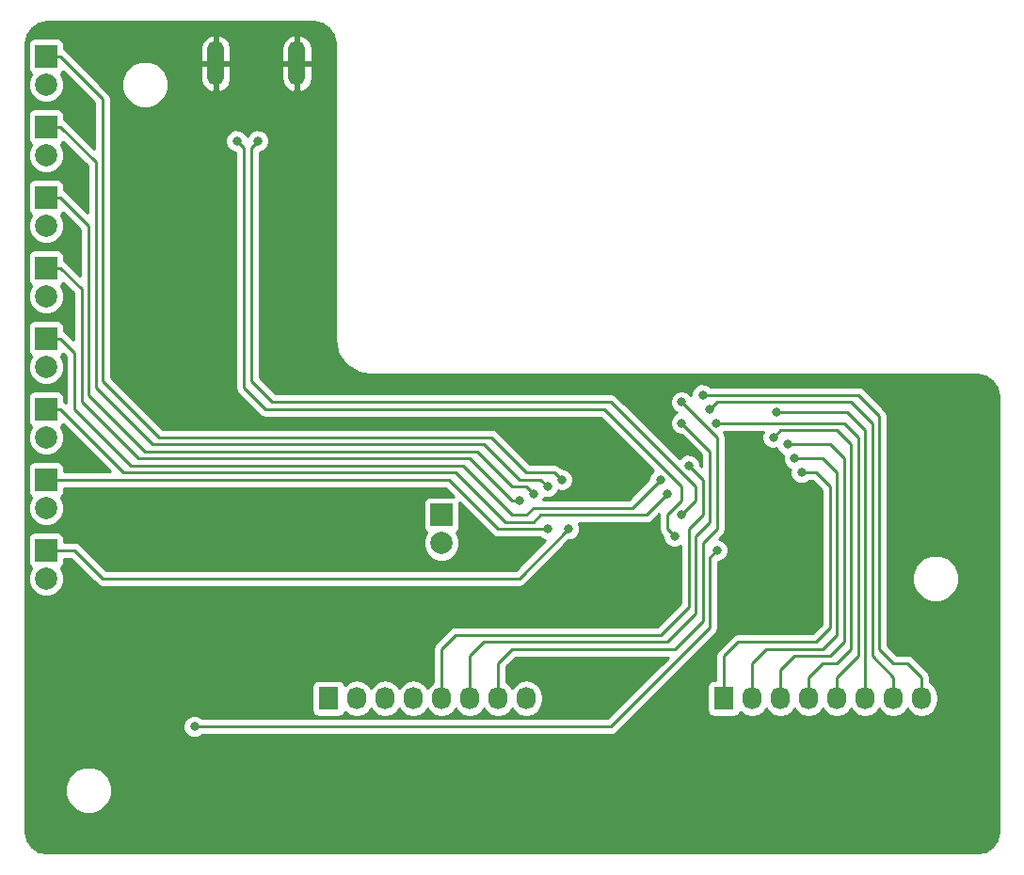
<source format=gbl>
G04 #@! TF.FileFunction,Copper,L2,Bot,Signal*
%FSLAX46Y46*%
G04 Gerber Fmt 4.6, Leading zero omitted, Abs format (unit mm)*
G04 Created by KiCad (PCBNEW 4.0.2+dfsg1-stable) date Tue 17 Jul 2018 08:19:24 PM MDT*
%MOMM*%
G01*
G04 APERTURE LIST*
%ADD10C,0.100000*%
%ADD11O,1.500000X4.000000*%
%ADD12R,1.727200X2.032000*%
%ADD13O,1.727200X2.032000*%
%ADD14R,2.000000X2.000000*%
%ADD15C,2.000000*%
%ADD16C,1.000000*%
%ADD17C,0.800000*%
%ADD18C,0.400000*%
%ADD19C,0.250000*%
%ADD20C,0.254000*%
G04 APERTURE END LIST*
D10*
D11*
X126680000Y-55245000D03*
X119380000Y-55245000D03*
D12*
X129540000Y-112395000D03*
D13*
X132080000Y-112395000D03*
X134620000Y-112395000D03*
X137160000Y-112395000D03*
X139700000Y-112395000D03*
X142240000Y-112395000D03*
X144780000Y-112395000D03*
X147320000Y-112395000D03*
D12*
X165100000Y-112395000D03*
D13*
X167640000Y-112395000D03*
X170180000Y-112395000D03*
X172720000Y-112395000D03*
X175260000Y-112395000D03*
X177800000Y-112395000D03*
X180340000Y-112395000D03*
X182880000Y-112395000D03*
D14*
X104140000Y-99060000D03*
D15*
X104140000Y-101600000D03*
D14*
X104140000Y-92710000D03*
D15*
X104140000Y-95250000D03*
D14*
X104140000Y-86360000D03*
D15*
X104140000Y-88900000D03*
D14*
X104140000Y-80010000D03*
D15*
X104140000Y-82550000D03*
D14*
X104140000Y-73660000D03*
D15*
X104140000Y-76200000D03*
D14*
X104140000Y-67310000D03*
D15*
X104140000Y-69850000D03*
D14*
X104140000Y-60960000D03*
D15*
X104140000Y-63500000D03*
D14*
X104140000Y-54610000D03*
D15*
X104140000Y-57150000D03*
D14*
X139700000Y-95885000D03*
D15*
X139700000Y-98425000D03*
D16*
X149225000Y-88900000D03*
X107950000Y-112395000D03*
X184150000Y-120650000D03*
X184150000Y-88900000D03*
D17*
X151130000Y-97155000D03*
X149225000Y-97155000D03*
X160020000Y-93980000D03*
X159385000Y-92710000D03*
X146685000Y-94615000D03*
X147955000Y-93980000D03*
X149225000Y-93345000D03*
X150495000Y-92710000D03*
X161925000Y-91440000D03*
X161290000Y-87630000D03*
X161290000Y-85725000D03*
X172085000Y-92075000D03*
X171450000Y-90805000D03*
X170815000Y-89535000D03*
X169545000Y-88900000D03*
X164434490Y-87630000D03*
X169862500Y-86677500D03*
X163830000Y-86360000D03*
X163195000Y-85090000D03*
X117475000Y-114935000D03*
X164465000Y-99060000D03*
X121285000Y-62230000D03*
X160655000Y-97790000D03*
X123190000Y-62230000D03*
X161290000Y-95885000D03*
D18*
X121920000Y-87630000D02*
X147955000Y-87630000D01*
X147955000Y-87630000D02*
X149225000Y-88900000D01*
X119380000Y-85090000D02*
X121920000Y-87630000D01*
X119380000Y-82551410D02*
X119380000Y-85090000D01*
X119380000Y-55245000D02*
X119380000Y-82551410D01*
X184150000Y-120650000D02*
X116205000Y-120650000D01*
X116205000Y-120650000D02*
X107950000Y-112395000D01*
X127635000Y-83820000D02*
X179070000Y-83820000D01*
X179070000Y-83820000D02*
X184150000Y-88900000D01*
X126680000Y-82865000D02*
X127635000Y-83820000D01*
X126680000Y-55245000D02*
X126680000Y-82865000D01*
D19*
X151130000Y-97155000D02*
X146685000Y-101600000D01*
X109220000Y-101600000D02*
X106680000Y-99060000D01*
X106680000Y-99060000D02*
X104140000Y-99060000D01*
X146685000Y-101600000D02*
X109220000Y-101600000D01*
X140335000Y-92710000D02*
X144780000Y-97155000D01*
X149225000Y-97155000D02*
X144780000Y-97155000D01*
X140335000Y-92710000D02*
X104140000Y-92710000D01*
X160020000Y-93980000D02*
X158115000Y-95885000D01*
X147955000Y-96520000D02*
X145415000Y-96520000D01*
X158115000Y-95885000D02*
X148590000Y-95885000D01*
X148590000Y-95885000D02*
X147955000Y-96520000D01*
X145415000Y-96520000D02*
X140970000Y-92075000D01*
X140970000Y-92075000D02*
X111105000Y-92075000D01*
X111105000Y-92075000D02*
X105390000Y-86360000D01*
X105390000Y-86360000D02*
X104140000Y-86360000D01*
X159385000Y-92710000D02*
X156845000Y-95250000D01*
X147320000Y-95885000D02*
X146050000Y-95885000D01*
X156845000Y-95250000D02*
X147955000Y-95250000D01*
X147955000Y-95250000D02*
X147320000Y-95885000D01*
X146050000Y-95885000D02*
X141605000Y-91440000D01*
X106680000Y-86360000D02*
X106680000Y-81300000D01*
X141605000Y-91440000D02*
X111760000Y-91440000D01*
X106680000Y-81300000D02*
X105390000Y-80010000D01*
X111760000Y-91440000D02*
X106680000Y-86360000D01*
X105390000Y-80010000D02*
X104140000Y-80010000D01*
X104140000Y-73660000D02*
X105390000Y-73660000D01*
X105390000Y-73660000D02*
X107315000Y-75585000D01*
X107315000Y-75585000D02*
X107315000Y-85725000D01*
X107315000Y-85725000D02*
X112395000Y-90805000D01*
X146050000Y-94615000D02*
X146685000Y-94615000D01*
X112395000Y-90805000D02*
X142240000Y-90805000D01*
X142240000Y-90805000D02*
X146050000Y-94615000D01*
X147320000Y-93345000D02*
X146050000Y-93345000D01*
X147955000Y-93980000D02*
X147320000Y-93345000D01*
X107950000Y-85090000D02*
X107950000Y-69870000D01*
X107950000Y-69870000D02*
X105390000Y-67310000D01*
X105390000Y-67310000D02*
X104140000Y-67310000D01*
X113030000Y-90170000D02*
X107950000Y-85090000D01*
X142875000Y-90170000D02*
X113030000Y-90170000D01*
X146050000Y-93345000D02*
X142875000Y-90170000D01*
X148590000Y-92710000D02*
X146685000Y-92710000D01*
X149225000Y-93345000D02*
X148590000Y-92710000D01*
X108585000Y-84455000D02*
X108585000Y-64155000D01*
X108585000Y-64155000D02*
X105390000Y-60960000D01*
X105390000Y-60960000D02*
X104140000Y-60960000D01*
X113665000Y-89535000D02*
X108585000Y-84455000D01*
X143510000Y-89535000D02*
X113665000Y-89535000D01*
X146685000Y-92710000D02*
X143510000Y-89535000D01*
X147320000Y-92075000D02*
X144145000Y-88900000D01*
X149860000Y-92075000D02*
X147320000Y-92075000D01*
X150495000Y-92710000D02*
X149860000Y-92075000D01*
X104140000Y-54610000D02*
X105390000Y-54610000D01*
X114300000Y-88900000D02*
X144145000Y-88900000D01*
X105390000Y-54610000D02*
X109220000Y-58440000D01*
X109220000Y-58440000D02*
X109220000Y-83820000D01*
X109220000Y-83820000D02*
X114300000Y-88900000D01*
X163195000Y-92710000D02*
X161925000Y-91440000D01*
X163195000Y-95885000D02*
X163195000Y-92710000D01*
X161925000Y-97155000D02*
X163195000Y-95885000D01*
X161925000Y-104140000D02*
X161925000Y-97155000D01*
X139700000Y-112395000D02*
X139700000Y-107950000D01*
X139700000Y-107950000D02*
X140970000Y-106680000D01*
X140970000Y-106680000D02*
X159385000Y-106680000D01*
X159385000Y-106680000D02*
X161925000Y-104140000D01*
X161290000Y-87630000D02*
X163830000Y-90170000D01*
X163830000Y-96520000D02*
X163830000Y-90170000D01*
X162560000Y-97790000D02*
X162560000Y-104775000D01*
X162560000Y-97790000D02*
X163830000Y-96520000D01*
X160020000Y-107315000D02*
X143510000Y-107315000D01*
X143510000Y-107315000D02*
X142240000Y-108585000D01*
X162560000Y-104775000D02*
X160020000Y-107315000D01*
X142240000Y-108585000D02*
X142240000Y-112395000D01*
X164465000Y-88900000D02*
X164465000Y-97155000D01*
X161290000Y-85725000D02*
X164465000Y-88900000D01*
X164465000Y-97155000D02*
X163195000Y-98425000D01*
X163195000Y-105410000D02*
X160655000Y-107950000D01*
X144780000Y-109220000D02*
X144780000Y-112395000D01*
X163195000Y-98425000D02*
X163195000Y-105410000D01*
X160655000Y-107950000D02*
X146050000Y-107950000D01*
X146050000Y-107950000D02*
X144780000Y-109220000D01*
X172085000Y-92075000D02*
X173355000Y-92075000D01*
X173355000Y-92075000D02*
X174625000Y-93345000D01*
X174625000Y-93345000D02*
X174625000Y-106045000D01*
X174625000Y-106045000D02*
X173355000Y-107315000D01*
X173355000Y-107315000D02*
X166370000Y-107315000D01*
X166370000Y-107315000D02*
X165100000Y-108585000D01*
X165100000Y-108585000D02*
X165100000Y-112395000D01*
X171450000Y-90805000D02*
X173990000Y-90805000D01*
X173990000Y-90805000D02*
X175260000Y-92075000D01*
X175260000Y-92075000D02*
X175260000Y-106680000D01*
X175260000Y-106680000D02*
X173990000Y-107950000D01*
X167640000Y-109220000D02*
X167640000Y-112395000D01*
X173990000Y-107950000D02*
X168910000Y-107950000D01*
X168910000Y-107950000D02*
X167640000Y-109220000D01*
X170180000Y-112395000D02*
X170180000Y-109855000D01*
X170815000Y-89535000D02*
X174625000Y-89535000D01*
X174625000Y-89535000D02*
X175895000Y-90805000D01*
X175895000Y-90805000D02*
X175895000Y-107315000D01*
X175895000Y-107315000D02*
X174625000Y-108585000D01*
X174625000Y-108585000D02*
X171450000Y-108585000D01*
X171450000Y-108585000D02*
X170180000Y-109855000D01*
X175260000Y-88265000D02*
X176530000Y-89535000D01*
X170180000Y-88265000D02*
X175260000Y-88265000D01*
X169545000Y-88900000D02*
X170180000Y-88265000D01*
X172720000Y-112395000D02*
X172720000Y-110490000D01*
X175260000Y-109220000D02*
X176530000Y-107950000D01*
X172720000Y-110490000D02*
X173990000Y-109220000D01*
X173990000Y-109220000D02*
X175260000Y-109220000D01*
X176530000Y-107950000D02*
X176530000Y-89535000D01*
X164434490Y-87630000D02*
X175895000Y-87630000D01*
X175895000Y-87630000D02*
X177165000Y-88900000D01*
X164434490Y-87630000D02*
X164465000Y-87630000D01*
X175260000Y-112395000D02*
X175260000Y-110490000D01*
X175260000Y-110490000D02*
X177165000Y-108585000D01*
X177165000Y-108585000D02*
X177165000Y-88900000D01*
X169862500Y-86677500D02*
X176212500Y-86677500D01*
X176212500Y-86677500D02*
X177800000Y-88265000D01*
X177800000Y-88265000D02*
X177800000Y-112395000D01*
X176530000Y-85725000D02*
X178435000Y-87630000D01*
X164465000Y-85725000D02*
X176530000Y-85725000D01*
X163830000Y-86360000D02*
X164465000Y-85725000D01*
X180340000Y-112395000D02*
X180340000Y-110490000D01*
X178435000Y-108585000D02*
X178435000Y-87630000D01*
X178435000Y-108585000D02*
X180340000Y-110490000D01*
X177165000Y-85090000D02*
X163195000Y-85090000D01*
X179070000Y-86995000D02*
X179070000Y-107950000D01*
X179070000Y-86995000D02*
X177165000Y-85090000D01*
X180340000Y-109220000D02*
X179070000Y-107950000D01*
X181610000Y-109220000D02*
X180340000Y-109220000D01*
X182880000Y-110490000D02*
X181610000Y-109220000D01*
X182880000Y-110490000D02*
X182880000Y-112395000D01*
X154940000Y-114935000D02*
X163830000Y-106045000D01*
X117475000Y-114935000D02*
X154940000Y-114935000D01*
X163830000Y-99695000D02*
X163830000Y-106045000D01*
X164465000Y-99060000D02*
X163830000Y-99695000D01*
X121285000Y-62230000D02*
X121920000Y-62865000D01*
X121920000Y-62865000D02*
X121920000Y-84455000D01*
X161290000Y-94615000D02*
X160020000Y-95885000D01*
X121920000Y-84455000D02*
X123825000Y-86360000D01*
X123825000Y-86360000D02*
X154305000Y-86360000D01*
X154305000Y-86360000D02*
X161290000Y-93345000D01*
X161290000Y-93345000D02*
X161290000Y-94615000D01*
X160020000Y-95885000D02*
X160020000Y-97155000D01*
X160020000Y-97155000D02*
X160655000Y-97790000D01*
X154940000Y-85725000D02*
X162560000Y-93345000D01*
X162560000Y-94615000D02*
X162560000Y-93345000D01*
X161290000Y-95885000D02*
X162560000Y-94615000D01*
X122555000Y-83820000D02*
X122555000Y-62865000D01*
X122555000Y-83820000D02*
X124460000Y-85725000D01*
X124460000Y-85725000D02*
X154940000Y-85725000D01*
X122555000Y-62865000D02*
X123190000Y-62230000D01*
D20*
G36*
X128964989Y-51662152D02*
X129554170Y-52055830D01*
X129947848Y-52645011D01*
X130100000Y-53409931D01*
X130100000Y-80010000D01*
X130113642Y-80078584D01*
X130113642Y-80148514D01*
X130306988Y-81120530D01*
X130413003Y-81376471D01*
X130963606Y-82200506D01*
X131159494Y-82396394D01*
X131983529Y-82946997D01*
X132239470Y-83053012D01*
X133211486Y-83246358D01*
X133281416Y-83246358D01*
X133350000Y-83260000D01*
X187890069Y-83260000D01*
X188654989Y-83412152D01*
X189244170Y-83805830D01*
X189637848Y-84395011D01*
X189790000Y-85159931D01*
X189790000Y-124390069D01*
X189637848Y-125154989D01*
X189244170Y-125744170D01*
X188654989Y-126137848D01*
X187890069Y-126290000D01*
X104209931Y-126290000D01*
X103445011Y-126137848D01*
X102855830Y-125744170D01*
X102462152Y-125154989D01*
X102310000Y-124390069D01*
X102310000Y-121072815D01*
X105814630Y-121072815D01*
X106138980Y-121857800D01*
X106739041Y-122458909D01*
X107523459Y-122784628D01*
X108372815Y-122785370D01*
X109157800Y-122461020D01*
X109758909Y-121860959D01*
X110084628Y-121076541D01*
X110085370Y-120227185D01*
X109761020Y-119442200D01*
X109160959Y-118841091D01*
X108376541Y-118515372D01*
X107527185Y-118514630D01*
X106742200Y-118838980D01*
X106141091Y-119439041D01*
X105815372Y-120223459D01*
X105814630Y-121072815D01*
X102310000Y-121072815D01*
X102310000Y-53610000D01*
X102492560Y-53610000D01*
X102492560Y-55610000D01*
X102536838Y-55845317D01*
X102675910Y-56061441D01*
X102818561Y-56158910D01*
X102754722Y-56222637D01*
X102505284Y-56823352D01*
X102504716Y-57473795D01*
X102753106Y-58074943D01*
X103212637Y-58535278D01*
X103813352Y-58784716D01*
X104463795Y-58785284D01*
X105064943Y-58536894D01*
X105525278Y-58077363D01*
X105774716Y-57476648D01*
X105775284Y-56826205D01*
X105526894Y-56225057D01*
X105460379Y-56158426D01*
X105591441Y-56074090D01*
X105667692Y-55962494D01*
X108460000Y-58754802D01*
X108460000Y-62955198D01*
X105927401Y-60422599D01*
X105787440Y-60329080D01*
X105787440Y-59960000D01*
X105743162Y-59724683D01*
X105604090Y-59508559D01*
X105391890Y-59363569D01*
X105140000Y-59312560D01*
X103140000Y-59312560D01*
X102904683Y-59356838D01*
X102688559Y-59495910D01*
X102543569Y-59708110D01*
X102492560Y-59960000D01*
X102492560Y-61960000D01*
X102536838Y-62195317D01*
X102675910Y-62411441D01*
X102818561Y-62508910D01*
X102754722Y-62572637D01*
X102505284Y-63173352D01*
X102504716Y-63823795D01*
X102753106Y-64424943D01*
X103212637Y-64885278D01*
X103813352Y-65134716D01*
X104463795Y-65135284D01*
X105064943Y-64886894D01*
X105525278Y-64427363D01*
X105774716Y-63826648D01*
X105775284Y-63176205D01*
X105526894Y-62575057D01*
X105460379Y-62508426D01*
X105591441Y-62424090D01*
X105667692Y-62312494D01*
X107825000Y-64469802D01*
X107825000Y-68670198D01*
X105927401Y-66772599D01*
X105787440Y-66679080D01*
X105787440Y-66310000D01*
X105743162Y-66074683D01*
X105604090Y-65858559D01*
X105391890Y-65713569D01*
X105140000Y-65662560D01*
X103140000Y-65662560D01*
X102904683Y-65706838D01*
X102688559Y-65845910D01*
X102543569Y-66058110D01*
X102492560Y-66310000D01*
X102492560Y-68310000D01*
X102536838Y-68545317D01*
X102675910Y-68761441D01*
X102818561Y-68858910D01*
X102754722Y-68922637D01*
X102505284Y-69523352D01*
X102504716Y-70173795D01*
X102753106Y-70774943D01*
X103212637Y-71235278D01*
X103813352Y-71484716D01*
X104463795Y-71485284D01*
X105064943Y-71236894D01*
X105525278Y-70777363D01*
X105774716Y-70176648D01*
X105775284Y-69526205D01*
X105526894Y-68925057D01*
X105460379Y-68858426D01*
X105591441Y-68774090D01*
X105667692Y-68662494D01*
X107190000Y-70184802D01*
X107190000Y-74385198D01*
X105927401Y-73122599D01*
X105787440Y-73029080D01*
X105787440Y-72660000D01*
X105743162Y-72424683D01*
X105604090Y-72208559D01*
X105391890Y-72063569D01*
X105140000Y-72012560D01*
X103140000Y-72012560D01*
X102904683Y-72056838D01*
X102688559Y-72195910D01*
X102543569Y-72408110D01*
X102492560Y-72660000D01*
X102492560Y-74660000D01*
X102536838Y-74895317D01*
X102675910Y-75111441D01*
X102818561Y-75208910D01*
X102754722Y-75272637D01*
X102505284Y-75873352D01*
X102504716Y-76523795D01*
X102753106Y-77124943D01*
X103212637Y-77585278D01*
X103813352Y-77834716D01*
X104463795Y-77835284D01*
X105064943Y-77586894D01*
X105525278Y-77127363D01*
X105774716Y-76526648D01*
X105775284Y-75876205D01*
X105526894Y-75275057D01*
X105460379Y-75208426D01*
X105591441Y-75124090D01*
X105667692Y-75012494D01*
X106555000Y-75899802D01*
X106555000Y-80100198D01*
X105927401Y-79472599D01*
X105787440Y-79379080D01*
X105787440Y-79010000D01*
X105743162Y-78774683D01*
X105604090Y-78558559D01*
X105391890Y-78413569D01*
X105140000Y-78362560D01*
X103140000Y-78362560D01*
X102904683Y-78406838D01*
X102688559Y-78545910D01*
X102543569Y-78758110D01*
X102492560Y-79010000D01*
X102492560Y-81010000D01*
X102536838Y-81245317D01*
X102675910Y-81461441D01*
X102818561Y-81558910D01*
X102754722Y-81622637D01*
X102505284Y-82223352D01*
X102504716Y-82873795D01*
X102753106Y-83474943D01*
X103212637Y-83935278D01*
X103813352Y-84184716D01*
X104463795Y-84185284D01*
X105064943Y-83936894D01*
X105525278Y-83477363D01*
X105774716Y-82876648D01*
X105775284Y-82226205D01*
X105526894Y-81625057D01*
X105460379Y-81558426D01*
X105591441Y-81474090D01*
X105667691Y-81362494D01*
X105920000Y-81614803D01*
X105920000Y-85817654D01*
X105787440Y-85729080D01*
X105787440Y-85360000D01*
X105743162Y-85124683D01*
X105604090Y-84908559D01*
X105391890Y-84763569D01*
X105140000Y-84712560D01*
X103140000Y-84712560D01*
X102904683Y-84756838D01*
X102688559Y-84895910D01*
X102543569Y-85108110D01*
X102492560Y-85360000D01*
X102492560Y-87360000D01*
X102536838Y-87595317D01*
X102675910Y-87811441D01*
X102818561Y-87908910D01*
X102754722Y-87972637D01*
X102505284Y-88573352D01*
X102504716Y-89223795D01*
X102753106Y-89824943D01*
X103212637Y-90285278D01*
X103813352Y-90534716D01*
X104463795Y-90535284D01*
X105064943Y-90286894D01*
X105525278Y-89827363D01*
X105774716Y-89226648D01*
X105775284Y-88576205D01*
X105526894Y-87975057D01*
X105460379Y-87908426D01*
X105591441Y-87824090D01*
X105667691Y-87712494D01*
X109905197Y-91950000D01*
X105787440Y-91950000D01*
X105787440Y-91710000D01*
X105743162Y-91474683D01*
X105604090Y-91258559D01*
X105391890Y-91113569D01*
X105140000Y-91062560D01*
X103140000Y-91062560D01*
X102904683Y-91106838D01*
X102688559Y-91245910D01*
X102543569Y-91458110D01*
X102492560Y-91710000D01*
X102492560Y-93710000D01*
X102536838Y-93945317D01*
X102675910Y-94161441D01*
X102818561Y-94258910D01*
X102754722Y-94322637D01*
X102505284Y-94923352D01*
X102504716Y-95573795D01*
X102753106Y-96174943D01*
X103212637Y-96635278D01*
X103813352Y-96884716D01*
X104463795Y-96885284D01*
X105064943Y-96636894D01*
X105525278Y-96177363D01*
X105774716Y-95576648D01*
X105775284Y-94926205D01*
X105526894Y-94325057D01*
X105460379Y-94258426D01*
X105591441Y-94174090D01*
X105736431Y-93961890D01*
X105787440Y-93710000D01*
X105787440Y-93470000D01*
X140020198Y-93470000D01*
X140810042Y-94259844D01*
X140700000Y-94237560D01*
X138700000Y-94237560D01*
X138464683Y-94281838D01*
X138248559Y-94420910D01*
X138103569Y-94633110D01*
X138052560Y-94885000D01*
X138052560Y-96885000D01*
X138096838Y-97120317D01*
X138235910Y-97336441D01*
X138378561Y-97433910D01*
X138314722Y-97497637D01*
X138065284Y-98098352D01*
X138064716Y-98748795D01*
X138313106Y-99349943D01*
X138772637Y-99810278D01*
X139373352Y-100059716D01*
X140023795Y-100060284D01*
X140624943Y-99811894D01*
X141085278Y-99352363D01*
X141334716Y-98751648D01*
X141335284Y-98101205D01*
X141086894Y-97500057D01*
X141020379Y-97433426D01*
X141151441Y-97349090D01*
X141296431Y-97136890D01*
X141347440Y-96885000D01*
X141347440Y-94885000D01*
X141327100Y-94776902D01*
X144242599Y-97692401D01*
X144489160Y-97857148D01*
X144780000Y-97915000D01*
X148521239Y-97915000D01*
X148637954Y-98031919D01*
X149018223Y-98189820D01*
X149020376Y-98189822D01*
X146370198Y-100840000D01*
X109534802Y-100840000D01*
X107217401Y-98522599D01*
X106970839Y-98357852D01*
X106680000Y-98300000D01*
X105787440Y-98300000D01*
X105787440Y-98060000D01*
X105743162Y-97824683D01*
X105604090Y-97608559D01*
X105391890Y-97463569D01*
X105140000Y-97412560D01*
X103140000Y-97412560D01*
X102904683Y-97456838D01*
X102688559Y-97595910D01*
X102543569Y-97808110D01*
X102492560Y-98060000D01*
X102492560Y-100060000D01*
X102536838Y-100295317D01*
X102675910Y-100511441D01*
X102818561Y-100608910D01*
X102754722Y-100672637D01*
X102505284Y-101273352D01*
X102504716Y-101923795D01*
X102753106Y-102524943D01*
X103212637Y-102985278D01*
X103813352Y-103234716D01*
X104463795Y-103235284D01*
X105064943Y-102986894D01*
X105525278Y-102527363D01*
X105774716Y-101926648D01*
X105775284Y-101276205D01*
X105526894Y-100675057D01*
X105460379Y-100608426D01*
X105591441Y-100524090D01*
X105736431Y-100311890D01*
X105787440Y-100060000D01*
X105787440Y-99820000D01*
X106365198Y-99820000D01*
X108682599Y-102137401D01*
X108929160Y-102302148D01*
X108977414Y-102311746D01*
X109220000Y-102360000D01*
X146685000Y-102360000D01*
X146975839Y-102302148D01*
X147222401Y-102137401D01*
X151169767Y-98190035D01*
X151334971Y-98190179D01*
X151715515Y-98032942D01*
X152006919Y-97742046D01*
X152164820Y-97361777D01*
X152165179Y-96950029D01*
X152039144Y-96645000D01*
X158115000Y-96645000D01*
X158405839Y-96587148D01*
X158652401Y-96422401D01*
X159277431Y-95797371D01*
X159260000Y-95885000D01*
X159260000Y-97155000D01*
X159317852Y-97445839D01*
X159482599Y-97692401D01*
X159619965Y-97829767D01*
X159619821Y-97994971D01*
X159777058Y-98375515D01*
X160067954Y-98666919D01*
X160448223Y-98824820D01*
X160859971Y-98825179D01*
X161165000Y-98699144D01*
X161165000Y-103825198D01*
X159070198Y-105920000D01*
X140970000Y-105920000D01*
X140679160Y-105977852D01*
X140432599Y-106142599D01*
X139162599Y-107412599D01*
X138997852Y-107659161D01*
X138940000Y-107950000D01*
X138940000Y-110950352D01*
X138640330Y-111150585D01*
X138430000Y-111465366D01*
X138219670Y-111150585D01*
X137733489Y-110825729D01*
X137160000Y-110711655D01*
X136586511Y-110825729D01*
X136100330Y-111150585D01*
X135890000Y-111465366D01*
X135679670Y-111150585D01*
X135193489Y-110825729D01*
X134620000Y-110711655D01*
X134046511Y-110825729D01*
X133560330Y-111150585D01*
X133350000Y-111465366D01*
X133139670Y-111150585D01*
X132653489Y-110825729D01*
X132080000Y-110711655D01*
X131506511Y-110825729D01*
X131020330Y-111150585D01*
X131010757Y-111164913D01*
X131006762Y-111143683D01*
X130867690Y-110927559D01*
X130655490Y-110782569D01*
X130403600Y-110731560D01*
X128676400Y-110731560D01*
X128441083Y-110775838D01*
X128224959Y-110914910D01*
X128079969Y-111127110D01*
X128028960Y-111379000D01*
X128028960Y-113411000D01*
X128073238Y-113646317D01*
X128212310Y-113862441D01*
X128424510Y-114007431D01*
X128676400Y-114058440D01*
X130403600Y-114058440D01*
X130638917Y-114014162D01*
X130855041Y-113875090D01*
X131000031Y-113662890D01*
X131008400Y-113621561D01*
X131020330Y-113639415D01*
X131506511Y-113964271D01*
X132080000Y-114078345D01*
X132653489Y-113964271D01*
X133139670Y-113639415D01*
X133350000Y-113324634D01*
X133560330Y-113639415D01*
X134046511Y-113964271D01*
X134620000Y-114078345D01*
X135193489Y-113964271D01*
X135679670Y-113639415D01*
X135890000Y-113324634D01*
X136100330Y-113639415D01*
X136586511Y-113964271D01*
X137160000Y-114078345D01*
X137733489Y-113964271D01*
X138219670Y-113639415D01*
X138430000Y-113324634D01*
X138640330Y-113639415D01*
X139126511Y-113964271D01*
X139700000Y-114078345D01*
X140273489Y-113964271D01*
X140759670Y-113639415D01*
X140970000Y-113324634D01*
X141180330Y-113639415D01*
X141666511Y-113964271D01*
X142240000Y-114078345D01*
X142813489Y-113964271D01*
X143299670Y-113639415D01*
X143510000Y-113324634D01*
X143720330Y-113639415D01*
X144206511Y-113964271D01*
X144780000Y-114078345D01*
X145353489Y-113964271D01*
X145839670Y-113639415D01*
X146050000Y-113324634D01*
X146260330Y-113639415D01*
X146746511Y-113964271D01*
X147320000Y-114078345D01*
X147893489Y-113964271D01*
X148379670Y-113639415D01*
X148704526Y-113153234D01*
X148818600Y-112579745D01*
X148818600Y-112210255D01*
X148704526Y-111636766D01*
X148379670Y-111150585D01*
X147893489Y-110825729D01*
X147320000Y-110711655D01*
X146746511Y-110825729D01*
X146260330Y-111150585D01*
X146050000Y-111465366D01*
X145839670Y-111150585D01*
X145540000Y-110950352D01*
X145540000Y-109534802D01*
X146364802Y-108710000D01*
X160090198Y-108710000D01*
X154625198Y-114175000D01*
X118178761Y-114175000D01*
X118062046Y-114058081D01*
X117681777Y-113900180D01*
X117270029Y-113899821D01*
X116889485Y-114057058D01*
X116598081Y-114347954D01*
X116440180Y-114728223D01*
X116439821Y-115139971D01*
X116597058Y-115520515D01*
X116887954Y-115811919D01*
X117268223Y-115969820D01*
X117679971Y-115970179D01*
X118060515Y-115812942D01*
X118178663Y-115695000D01*
X154940000Y-115695000D01*
X155230839Y-115637148D01*
X155477401Y-115472401D01*
X164367401Y-106582401D01*
X164532148Y-106335839D01*
X164590000Y-106045000D01*
X164590000Y-100095109D01*
X164669971Y-100095179D01*
X165050515Y-99937942D01*
X165341919Y-99647046D01*
X165499820Y-99266777D01*
X165500179Y-98855029D01*
X165342942Y-98474485D01*
X165052046Y-98183081D01*
X164671777Y-98025180D01*
X164669624Y-98025178D01*
X165002401Y-97692401D01*
X165167148Y-97445840D01*
X165225000Y-97155000D01*
X165225000Y-88900000D01*
X165167148Y-88609161D01*
X165067702Y-88460329D01*
X165138153Y-88390000D01*
X168636089Y-88390000D01*
X168510180Y-88693223D01*
X168509821Y-89104971D01*
X168667058Y-89485515D01*
X168957954Y-89776919D01*
X169338223Y-89934820D01*
X169749971Y-89935179D01*
X169844364Y-89896177D01*
X169937058Y-90120515D01*
X170227954Y-90411919D01*
X170453629Y-90505627D01*
X170415180Y-90598223D01*
X170414821Y-91009971D01*
X170572058Y-91390515D01*
X170862954Y-91681919D01*
X171088629Y-91775627D01*
X171050180Y-91868223D01*
X171049821Y-92279971D01*
X171207058Y-92660515D01*
X171497954Y-92951919D01*
X171878223Y-93109820D01*
X172289971Y-93110179D01*
X172670515Y-92952942D01*
X172788663Y-92835000D01*
X173040198Y-92835000D01*
X173865000Y-93659802D01*
X173865000Y-105730198D01*
X173040198Y-106555000D01*
X166370000Y-106555000D01*
X166079160Y-106612852D01*
X165832599Y-106777599D01*
X164562599Y-108047599D01*
X164397852Y-108294161D01*
X164340000Y-108585000D01*
X164340000Y-110731560D01*
X164236400Y-110731560D01*
X164001083Y-110775838D01*
X163784959Y-110914910D01*
X163639969Y-111127110D01*
X163588960Y-111379000D01*
X163588960Y-113411000D01*
X163633238Y-113646317D01*
X163772310Y-113862441D01*
X163984510Y-114007431D01*
X164236400Y-114058440D01*
X165963600Y-114058440D01*
X166198917Y-114014162D01*
X166415041Y-113875090D01*
X166560031Y-113662890D01*
X166568400Y-113621561D01*
X166580330Y-113639415D01*
X167066511Y-113964271D01*
X167640000Y-114078345D01*
X168213489Y-113964271D01*
X168699670Y-113639415D01*
X168910000Y-113324634D01*
X169120330Y-113639415D01*
X169606511Y-113964271D01*
X170180000Y-114078345D01*
X170753489Y-113964271D01*
X171239670Y-113639415D01*
X171450000Y-113324634D01*
X171660330Y-113639415D01*
X172146511Y-113964271D01*
X172720000Y-114078345D01*
X173293489Y-113964271D01*
X173779670Y-113639415D01*
X173990000Y-113324634D01*
X174200330Y-113639415D01*
X174686511Y-113964271D01*
X175260000Y-114078345D01*
X175833489Y-113964271D01*
X176319670Y-113639415D01*
X176530000Y-113324634D01*
X176740330Y-113639415D01*
X177226511Y-113964271D01*
X177800000Y-114078345D01*
X178373489Y-113964271D01*
X178859670Y-113639415D01*
X179070000Y-113324634D01*
X179280330Y-113639415D01*
X179766511Y-113964271D01*
X180340000Y-114078345D01*
X180913489Y-113964271D01*
X181399670Y-113639415D01*
X181610000Y-113324634D01*
X181820330Y-113639415D01*
X182306511Y-113964271D01*
X182880000Y-114078345D01*
X183453489Y-113964271D01*
X183939670Y-113639415D01*
X184264526Y-113153234D01*
X184378600Y-112579745D01*
X184378600Y-112210255D01*
X184264526Y-111636766D01*
X183939670Y-111150585D01*
X183640000Y-110950352D01*
X183640000Y-110490000D01*
X183582148Y-110199161D01*
X183582148Y-110199160D01*
X183417401Y-109952599D01*
X182147401Y-108682599D01*
X181900839Y-108517852D01*
X181610000Y-108460000D01*
X180654802Y-108460000D01*
X179830000Y-107635198D01*
X179830000Y-102022815D01*
X182014630Y-102022815D01*
X182338980Y-102807800D01*
X182939041Y-103408909D01*
X183723459Y-103734628D01*
X184572815Y-103735370D01*
X185357800Y-103411020D01*
X185958909Y-102810959D01*
X186284628Y-102026541D01*
X186285370Y-101177185D01*
X185961020Y-100392200D01*
X185360959Y-99791091D01*
X184576541Y-99465372D01*
X183727185Y-99464630D01*
X182942200Y-99788980D01*
X182341091Y-100389041D01*
X182015372Y-101173459D01*
X182014630Y-102022815D01*
X179830000Y-102022815D01*
X179830000Y-86995000D01*
X179772148Y-86704161D01*
X179607401Y-86457599D01*
X177702401Y-84552599D01*
X177455839Y-84387852D01*
X177165000Y-84330000D01*
X163898761Y-84330000D01*
X163782046Y-84213081D01*
X163401777Y-84055180D01*
X162990029Y-84054821D01*
X162609485Y-84212058D01*
X162318081Y-84502954D01*
X162160180Y-84883223D01*
X162159964Y-85131493D01*
X161877046Y-84848081D01*
X161496777Y-84690180D01*
X161085029Y-84689821D01*
X160704485Y-84847058D01*
X160413081Y-85137954D01*
X160255180Y-85518223D01*
X160254821Y-85929971D01*
X160412058Y-86310515D01*
X160702954Y-86601919D01*
X160884952Y-86677491D01*
X160704485Y-86752058D01*
X160413081Y-87042954D01*
X160255180Y-87423223D01*
X160254821Y-87834971D01*
X160412058Y-88215515D01*
X160702954Y-88506919D01*
X161083223Y-88664820D01*
X161250164Y-88664966D01*
X163070000Y-90484802D01*
X163070000Y-91510198D01*
X162960035Y-91400233D01*
X162960179Y-91235029D01*
X162802942Y-90854485D01*
X162512046Y-90563081D01*
X162131777Y-90405180D01*
X161720029Y-90404821D01*
X161339485Y-90562058D01*
X161095460Y-90805658D01*
X155477401Y-85187599D01*
X155230839Y-85022852D01*
X154940000Y-84965000D01*
X124774802Y-84965000D01*
X123315000Y-83505198D01*
X123315000Y-63265109D01*
X123394971Y-63265179D01*
X123775515Y-63107942D01*
X124066919Y-62817046D01*
X124224820Y-62436777D01*
X124225179Y-62025029D01*
X124067942Y-61644485D01*
X123777046Y-61353081D01*
X123396777Y-61195180D01*
X122985029Y-61194821D01*
X122604485Y-61352058D01*
X122313081Y-61642954D01*
X122237509Y-61824952D01*
X122162942Y-61644485D01*
X121872046Y-61353081D01*
X121491777Y-61195180D01*
X121080029Y-61194821D01*
X120699485Y-61352058D01*
X120408081Y-61642954D01*
X120250180Y-62023223D01*
X120249821Y-62434971D01*
X120407058Y-62815515D01*
X120697954Y-63106919D01*
X121078223Y-63264820D01*
X121160000Y-63264891D01*
X121160000Y-84455000D01*
X121217852Y-84745839D01*
X121382599Y-84992401D01*
X123287599Y-86897401D01*
X123534161Y-87062148D01*
X123825000Y-87120000D01*
X153990198Y-87120000D01*
X158750828Y-91880630D01*
X158508081Y-92122954D01*
X158350180Y-92503223D01*
X158350034Y-92670164D01*
X156530198Y-94490000D01*
X148863911Y-94490000D01*
X148925627Y-94341371D01*
X149018223Y-94379820D01*
X149429971Y-94380179D01*
X149810515Y-94222942D01*
X150101919Y-93932046D01*
X150195627Y-93706371D01*
X150288223Y-93744820D01*
X150699971Y-93745179D01*
X151080515Y-93587942D01*
X151371919Y-93297046D01*
X151529820Y-92916777D01*
X151530179Y-92505029D01*
X151372942Y-92124485D01*
X151082046Y-91833081D01*
X150701777Y-91675180D01*
X150534836Y-91675034D01*
X150397401Y-91537599D01*
X150150839Y-91372852D01*
X149860000Y-91315000D01*
X147634802Y-91315000D01*
X144682401Y-88362599D01*
X144435839Y-88197852D01*
X144145000Y-88140000D01*
X114614802Y-88140000D01*
X109980000Y-83505198D01*
X109980000Y-58440000D01*
X109922148Y-58149161D01*
X109757401Y-57902599D01*
X109427617Y-57572815D01*
X110894630Y-57572815D01*
X111218980Y-58357800D01*
X111819041Y-58958909D01*
X112603459Y-59284628D01*
X113452815Y-59285370D01*
X114237800Y-58961020D01*
X114838909Y-58360959D01*
X115164628Y-57576541D01*
X115165370Y-56727185D01*
X114841020Y-55942200D01*
X114271815Y-55372000D01*
X117995000Y-55372000D01*
X117995000Y-56622000D01*
X118149028Y-57142349D01*
X118490460Y-57564145D01*
X118967316Y-57823173D01*
X119038815Y-57837318D01*
X119253000Y-57714656D01*
X119253000Y-55372000D01*
X119507000Y-55372000D01*
X119507000Y-57714656D01*
X119721185Y-57837318D01*
X119792684Y-57823173D01*
X120269540Y-57564145D01*
X120610972Y-57142349D01*
X120765000Y-56622000D01*
X120765000Y-55372000D01*
X125295000Y-55372000D01*
X125295000Y-56622000D01*
X125449028Y-57142349D01*
X125790460Y-57564145D01*
X126267316Y-57823173D01*
X126338815Y-57837318D01*
X126553000Y-57714656D01*
X126553000Y-55372000D01*
X126807000Y-55372000D01*
X126807000Y-57714656D01*
X127021185Y-57837318D01*
X127092684Y-57823173D01*
X127569540Y-57564145D01*
X127910972Y-57142349D01*
X128065000Y-56622000D01*
X128065000Y-55372000D01*
X126807000Y-55372000D01*
X126553000Y-55372000D01*
X125295000Y-55372000D01*
X120765000Y-55372000D01*
X119507000Y-55372000D01*
X119253000Y-55372000D01*
X117995000Y-55372000D01*
X114271815Y-55372000D01*
X114240959Y-55341091D01*
X113456541Y-55015372D01*
X112607185Y-55014630D01*
X111822200Y-55338980D01*
X111221091Y-55939041D01*
X110895372Y-56723459D01*
X110894630Y-57572815D01*
X109427617Y-57572815D01*
X105927401Y-54072599D01*
X105787440Y-53979080D01*
X105787440Y-53868000D01*
X117995000Y-53868000D01*
X117995000Y-55118000D01*
X119253000Y-55118000D01*
X119253000Y-52775344D01*
X119507000Y-52775344D01*
X119507000Y-55118000D01*
X120765000Y-55118000D01*
X120765000Y-53868000D01*
X125295000Y-53868000D01*
X125295000Y-55118000D01*
X126553000Y-55118000D01*
X126553000Y-52775344D01*
X126807000Y-52775344D01*
X126807000Y-55118000D01*
X128065000Y-55118000D01*
X128065000Y-53868000D01*
X127910972Y-53347651D01*
X127569540Y-52925855D01*
X127092684Y-52666827D01*
X127021185Y-52652682D01*
X126807000Y-52775344D01*
X126553000Y-52775344D01*
X126338815Y-52652682D01*
X126267316Y-52666827D01*
X125790460Y-52925855D01*
X125449028Y-53347651D01*
X125295000Y-53868000D01*
X120765000Y-53868000D01*
X120610972Y-53347651D01*
X120269540Y-52925855D01*
X119792684Y-52666827D01*
X119721185Y-52652682D01*
X119507000Y-52775344D01*
X119253000Y-52775344D01*
X119038815Y-52652682D01*
X118967316Y-52666827D01*
X118490460Y-52925855D01*
X118149028Y-53347651D01*
X117995000Y-53868000D01*
X105787440Y-53868000D01*
X105787440Y-53610000D01*
X105743162Y-53374683D01*
X105604090Y-53158559D01*
X105391890Y-53013569D01*
X105140000Y-52962560D01*
X103140000Y-52962560D01*
X102904683Y-53006838D01*
X102688559Y-53145910D01*
X102543569Y-53358110D01*
X102492560Y-53610000D01*
X102310000Y-53610000D01*
X102310000Y-53409931D01*
X102462152Y-52645011D01*
X102855830Y-52055830D01*
X103445011Y-51662152D01*
X104209931Y-51510000D01*
X128200069Y-51510000D01*
X128964989Y-51662152D01*
X128964989Y-51662152D01*
G37*
X128964989Y-51662152D02*
X129554170Y-52055830D01*
X129947848Y-52645011D01*
X130100000Y-53409931D01*
X130100000Y-80010000D01*
X130113642Y-80078584D01*
X130113642Y-80148514D01*
X130306988Y-81120530D01*
X130413003Y-81376471D01*
X130963606Y-82200506D01*
X131159494Y-82396394D01*
X131983529Y-82946997D01*
X132239470Y-83053012D01*
X133211486Y-83246358D01*
X133281416Y-83246358D01*
X133350000Y-83260000D01*
X187890069Y-83260000D01*
X188654989Y-83412152D01*
X189244170Y-83805830D01*
X189637848Y-84395011D01*
X189790000Y-85159931D01*
X189790000Y-124390069D01*
X189637848Y-125154989D01*
X189244170Y-125744170D01*
X188654989Y-126137848D01*
X187890069Y-126290000D01*
X104209931Y-126290000D01*
X103445011Y-126137848D01*
X102855830Y-125744170D01*
X102462152Y-125154989D01*
X102310000Y-124390069D01*
X102310000Y-121072815D01*
X105814630Y-121072815D01*
X106138980Y-121857800D01*
X106739041Y-122458909D01*
X107523459Y-122784628D01*
X108372815Y-122785370D01*
X109157800Y-122461020D01*
X109758909Y-121860959D01*
X110084628Y-121076541D01*
X110085370Y-120227185D01*
X109761020Y-119442200D01*
X109160959Y-118841091D01*
X108376541Y-118515372D01*
X107527185Y-118514630D01*
X106742200Y-118838980D01*
X106141091Y-119439041D01*
X105815372Y-120223459D01*
X105814630Y-121072815D01*
X102310000Y-121072815D01*
X102310000Y-53610000D01*
X102492560Y-53610000D01*
X102492560Y-55610000D01*
X102536838Y-55845317D01*
X102675910Y-56061441D01*
X102818561Y-56158910D01*
X102754722Y-56222637D01*
X102505284Y-56823352D01*
X102504716Y-57473795D01*
X102753106Y-58074943D01*
X103212637Y-58535278D01*
X103813352Y-58784716D01*
X104463795Y-58785284D01*
X105064943Y-58536894D01*
X105525278Y-58077363D01*
X105774716Y-57476648D01*
X105775284Y-56826205D01*
X105526894Y-56225057D01*
X105460379Y-56158426D01*
X105591441Y-56074090D01*
X105667692Y-55962494D01*
X108460000Y-58754802D01*
X108460000Y-62955198D01*
X105927401Y-60422599D01*
X105787440Y-60329080D01*
X105787440Y-59960000D01*
X105743162Y-59724683D01*
X105604090Y-59508559D01*
X105391890Y-59363569D01*
X105140000Y-59312560D01*
X103140000Y-59312560D01*
X102904683Y-59356838D01*
X102688559Y-59495910D01*
X102543569Y-59708110D01*
X102492560Y-59960000D01*
X102492560Y-61960000D01*
X102536838Y-62195317D01*
X102675910Y-62411441D01*
X102818561Y-62508910D01*
X102754722Y-62572637D01*
X102505284Y-63173352D01*
X102504716Y-63823795D01*
X102753106Y-64424943D01*
X103212637Y-64885278D01*
X103813352Y-65134716D01*
X104463795Y-65135284D01*
X105064943Y-64886894D01*
X105525278Y-64427363D01*
X105774716Y-63826648D01*
X105775284Y-63176205D01*
X105526894Y-62575057D01*
X105460379Y-62508426D01*
X105591441Y-62424090D01*
X105667692Y-62312494D01*
X107825000Y-64469802D01*
X107825000Y-68670198D01*
X105927401Y-66772599D01*
X105787440Y-66679080D01*
X105787440Y-66310000D01*
X105743162Y-66074683D01*
X105604090Y-65858559D01*
X105391890Y-65713569D01*
X105140000Y-65662560D01*
X103140000Y-65662560D01*
X102904683Y-65706838D01*
X102688559Y-65845910D01*
X102543569Y-66058110D01*
X102492560Y-66310000D01*
X102492560Y-68310000D01*
X102536838Y-68545317D01*
X102675910Y-68761441D01*
X102818561Y-68858910D01*
X102754722Y-68922637D01*
X102505284Y-69523352D01*
X102504716Y-70173795D01*
X102753106Y-70774943D01*
X103212637Y-71235278D01*
X103813352Y-71484716D01*
X104463795Y-71485284D01*
X105064943Y-71236894D01*
X105525278Y-70777363D01*
X105774716Y-70176648D01*
X105775284Y-69526205D01*
X105526894Y-68925057D01*
X105460379Y-68858426D01*
X105591441Y-68774090D01*
X105667692Y-68662494D01*
X107190000Y-70184802D01*
X107190000Y-74385198D01*
X105927401Y-73122599D01*
X105787440Y-73029080D01*
X105787440Y-72660000D01*
X105743162Y-72424683D01*
X105604090Y-72208559D01*
X105391890Y-72063569D01*
X105140000Y-72012560D01*
X103140000Y-72012560D01*
X102904683Y-72056838D01*
X102688559Y-72195910D01*
X102543569Y-72408110D01*
X102492560Y-72660000D01*
X102492560Y-74660000D01*
X102536838Y-74895317D01*
X102675910Y-75111441D01*
X102818561Y-75208910D01*
X102754722Y-75272637D01*
X102505284Y-75873352D01*
X102504716Y-76523795D01*
X102753106Y-77124943D01*
X103212637Y-77585278D01*
X103813352Y-77834716D01*
X104463795Y-77835284D01*
X105064943Y-77586894D01*
X105525278Y-77127363D01*
X105774716Y-76526648D01*
X105775284Y-75876205D01*
X105526894Y-75275057D01*
X105460379Y-75208426D01*
X105591441Y-75124090D01*
X105667692Y-75012494D01*
X106555000Y-75899802D01*
X106555000Y-80100198D01*
X105927401Y-79472599D01*
X105787440Y-79379080D01*
X105787440Y-79010000D01*
X105743162Y-78774683D01*
X105604090Y-78558559D01*
X105391890Y-78413569D01*
X105140000Y-78362560D01*
X103140000Y-78362560D01*
X102904683Y-78406838D01*
X102688559Y-78545910D01*
X102543569Y-78758110D01*
X102492560Y-79010000D01*
X102492560Y-81010000D01*
X102536838Y-81245317D01*
X102675910Y-81461441D01*
X102818561Y-81558910D01*
X102754722Y-81622637D01*
X102505284Y-82223352D01*
X102504716Y-82873795D01*
X102753106Y-83474943D01*
X103212637Y-83935278D01*
X103813352Y-84184716D01*
X104463795Y-84185284D01*
X105064943Y-83936894D01*
X105525278Y-83477363D01*
X105774716Y-82876648D01*
X105775284Y-82226205D01*
X105526894Y-81625057D01*
X105460379Y-81558426D01*
X105591441Y-81474090D01*
X105667691Y-81362494D01*
X105920000Y-81614803D01*
X105920000Y-85817654D01*
X105787440Y-85729080D01*
X105787440Y-85360000D01*
X105743162Y-85124683D01*
X105604090Y-84908559D01*
X105391890Y-84763569D01*
X105140000Y-84712560D01*
X103140000Y-84712560D01*
X102904683Y-84756838D01*
X102688559Y-84895910D01*
X102543569Y-85108110D01*
X102492560Y-85360000D01*
X102492560Y-87360000D01*
X102536838Y-87595317D01*
X102675910Y-87811441D01*
X102818561Y-87908910D01*
X102754722Y-87972637D01*
X102505284Y-88573352D01*
X102504716Y-89223795D01*
X102753106Y-89824943D01*
X103212637Y-90285278D01*
X103813352Y-90534716D01*
X104463795Y-90535284D01*
X105064943Y-90286894D01*
X105525278Y-89827363D01*
X105774716Y-89226648D01*
X105775284Y-88576205D01*
X105526894Y-87975057D01*
X105460379Y-87908426D01*
X105591441Y-87824090D01*
X105667691Y-87712494D01*
X109905197Y-91950000D01*
X105787440Y-91950000D01*
X105787440Y-91710000D01*
X105743162Y-91474683D01*
X105604090Y-91258559D01*
X105391890Y-91113569D01*
X105140000Y-91062560D01*
X103140000Y-91062560D01*
X102904683Y-91106838D01*
X102688559Y-91245910D01*
X102543569Y-91458110D01*
X102492560Y-91710000D01*
X102492560Y-93710000D01*
X102536838Y-93945317D01*
X102675910Y-94161441D01*
X102818561Y-94258910D01*
X102754722Y-94322637D01*
X102505284Y-94923352D01*
X102504716Y-95573795D01*
X102753106Y-96174943D01*
X103212637Y-96635278D01*
X103813352Y-96884716D01*
X104463795Y-96885284D01*
X105064943Y-96636894D01*
X105525278Y-96177363D01*
X105774716Y-95576648D01*
X105775284Y-94926205D01*
X105526894Y-94325057D01*
X105460379Y-94258426D01*
X105591441Y-94174090D01*
X105736431Y-93961890D01*
X105787440Y-93710000D01*
X105787440Y-93470000D01*
X140020198Y-93470000D01*
X140810042Y-94259844D01*
X140700000Y-94237560D01*
X138700000Y-94237560D01*
X138464683Y-94281838D01*
X138248559Y-94420910D01*
X138103569Y-94633110D01*
X138052560Y-94885000D01*
X138052560Y-96885000D01*
X138096838Y-97120317D01*
X138235910Y-97336441D01*
X138378561Y-97433910D01*
X138314722Y-97497637D01*
X138065284Y-98098352D01*
X138064716Y-98748795D01*
X138313106Y-99349943D01*
X138772637Y-99810278D01*
X139373352Y-100059716D01*
X140023795Y-100060284D01*
X140624943Y-99811894D01*
X141085278Y-99352363D01*
X141334716Y-98751648D01*
X141335284Y-98101205D01*
X141086894Y-97500057D01*
X141020379Y-97433426D01*
X141151441Y-97349090D01*
X141296431Y-97136890D01*
X141347440Y-96885000D01*
X141347440Y-94885000D01*
X141327100Y-94776902D01*
X144242599Y-97692401D01*
X144489160Y-97857148D01*
X144780000Y-97915000D01*
X148521239Y-97915000D01*
X148637954Y-98031919D01*
X149018223Y-98189820D01*
X149020376Y-98189822D01*
X146370198Y-100840000D01*
X109534802Y-100840000D01*
X107217401Y-98522599D01*
X106970839Y-98357852D01*
X106680000Y-98300000D01*
X105787440Y-98300000D01*
X105787440Y-98060000D01*
X105743162Y-97824683D01*
X105604090Y-97608559D01*
X105391890Y-97463569D01*
X105140000Y-97412560D01*
X103140000Y-97412560D01*
X102904683Y-97456838D01*
X102688559Y-97595910D01*
X102543569Y-97808110D01*
X102492560Y-98060000D01*
X102492560Y-100060000D01*
X102536838Y-100295317D01*
X102675910Y-100511441D01*
X102818561Y-100608910D01*
X102754722Y-100672637D01*
X102505284Y-101273352D01*
X102504716Y-101923795D01*
X102753106Y-102524943D01*
X103212637Y-102985278D01*
X103813352Y-103234716D01*
X104463795Y-103235284D01*
X105064943Y-102986894D01*
X105525278Y-102527363D01*
X105774716Y-101926648D01*
X105775284Y-101276205D01*
X105526894Y-100675057D01*
X105460379Y-100608426D01*
X105591441Y-100524090D01*
X105736431Y-100311890D01*
X105787440Y-100060000D01*
X105787440Y-99820000D01*
X106365198Y-99820000D01*
X108682599Y-102137401D01*
X108929160Y-102302148D01*
X108977414Y-102311746D01*
X109220000Y-102360000D01*
X146685000Y-102360000D01*
X146975839Y-102302148D01*
X147222401Y-102137401D01*
X151169767Y-98190035D01*
X151334971Y-98190179D01*
X151715515Y-98032942D01*
X152006919Y-97742046D01*
X152164820Y-97361777D01*
X152165179Y-96950029D01*
X152039144Y-96645000D01*
X158115000Y-96645000D01*
X158405839Y-96587148D01*
X158652401Y-96422401D01*
X159277431Y-95797371D01*
X159260000Y-95885000D01*
X159260000Y-97155000D01*
X159317852Y-97445839D01*
X159482599Y-97692401D01*
X159619965Y-97829767D01*
X159619821Y-97994971D01*
X159777058Y-98375515D01*
X160067954Y-98666919D01*
X160448223Y-98824820D01*
X160859971Y-98825179D01*
X161165000Y-98699144D01*
X161165000Y-103825198D01*
X159070198Y-105920000D01*
X140970000Y-105920000D01*
X140679160Y-105977852D01*
X140432599Y-106142599D01*
X139162599Y-107412599D01*
X138997852Y-107659161D01*
X138940000Y-107950000D01*
X138940000Y-110950352D01*
X138640330Y-111150585D01*
X138430000Y-111465366D01*
X138219670Y-111150585D01*
X137733489Y-110825729D01*
X137160000Y-110711655D01*
X136586511Y-110825729D01*
X136100330Y-111150585D01*
X135890000Y-111465366D01*
X135679670Y-111150585D01*
X135193489Y-110825729D01*
X134620000Y-110711655D01*
X134046511Y-110825729D01*
X133560330Y-111150585D01*
X133350000Y-111465366D01*
X133139670Y-111150585D01*
X132653489Y-110825729D01*
X132080000Y-110711655D01*
X131506511Y-110825729D01*
X131020330Y-111150585D01*
X131010757Y-111164913D01*
X131006762Y-111143683D01*
X130867690Y-110927559D01*
X130655490Y-110782569D01*
X130403600Y-110731560D01*
X128676400Y-110731560D01*
X128441083Y-110775838D01*
X128224959Y-110914910D01*
X128079969Y-111127110D01*
X128028960Y-111379000D01*
X128028960Y-113411000D01*
X128073238Y-113646317D01*
X128212310Y-113862441D01*
X128424510Y-114007431D01*
X128676400Y-114058440D01*
X130403600Y-114058440D01*
X130638917Y-114014162D01*
X130855041Y-113875090D01*
X131000031Y-113662890D01*
X131008400Y-113621561D01*
X131020330Y-113639415D01*
X131506511Y-113964271D01*
X132080000Y-114078345D01*
X132653489Y-113964271D01*
X133139670Y-113639415D01*
X133350000Y-113324634D01*
X133560330Y-113639415D01*
X134046511Y-113964271D01*
X134620000Y-114078345D01*
X135193489Y-113964271D01*
X135679670Y-113639415D01*
X135890000Y-113324634D01*
X136100330Y-113639415D01*
X136586511Y-113964271D01*
X137160000Y-114078345D01*
X137733489Y-113964271D01*
X138219670Y-113639415D01*
X138430000Y-113324634D01*
X138640330Y-113639415D01*
X139126511Y-113964271D01*
X139700000Y-114078345D01*
X140273489Y-113964271D01*
X140759670Y-113639415D01*
X140970000Y-113324634D01*
X141180330Y-113639415D01*
X141666511Y-113964271D01*
X142240000Y-114078345D01*
X142813489Y-113964271D01*
X143299670Y-113639415D01*
X143510000Y-113324634D01*
X143720330Y-113639415D01*
X144206511Y-113964271D01*
X144780000Y-114078345D01*
X145353489Y-113964271D01*
X145839670Y-113639415D01*
X146050000Y-113324634D01*
X146260330Y-113639415D01*
X146746511Y-113964271D01*
X147320000Y-114078345D01*
X147893489Y-113964271D01*
X148379670Y-113639415D01*
X148704526Y-113153234D01*
X148818600Y-112579745D01*
X148818600Y-112210255D01*
X148704526Y-111636766D01*
X148379670Y-111150585D01*
X147893489Y-110825729D01*
X147320000Y-110711655D01*
X146746511Y-110825729D01*
X146260330Y-111150585D01*
X146050000Y-111465366D01*
X145839670Y-111150585D01*
X145540000Y-110950352D01*
X145540000Y-109534802D01*
X146364802Y-108710000D01*
X160090198Y-108710000D01*
X154625198Y-114175000D01*
X118178761Y-114175000D01*
X118062046Y-114058081D01*
X117681777Y-113900180D01*
X117270029Y-113899821D01*
X116889485Y-114057058D01*
X116598081Y-114347954D01*
X116440180Y-114728223D01*
X116439821Y-115139971D01*
X116597058Y-115520515D01*
X116887954Y-115811919D01*
X117268223Y-115969820D01*
X117679971Y-115970179D01*
X118060515Y-115812942D01*
X118178663Y-115695000D01*
X154940000Y-115695000D01*
X155230839Y-115637148D01*
X155477401Y-115472401D01*
X164367401Y-106582401D01*
X164532148Y-106335839D01*
X164590000Y-106045000D01*
X164590000Y-100095109D01*
X164669971Y-100095179D01*
X165050515Y-99937942D01*
X165341919Y-99647046D01*
X165499820Y-99266777D01*
X165500179Y-98855029D01*
X165342942Y-98474485D01*
X165052046Y-98183081D01*
X164671777Y-98025180D01*
X164669624Y-98025178D01*
X165002401Y-97692401D01*
X165167148Y-97445840D01*
X165225000Y-97155000D01*
X165225000Y-88900000D01*
X165167148Y-88609161D01*
X165067702Y-88460329D01*
X165138153Y-88390000D01*
X168636089Y-88390000D01*
X168510180Y-88693223D01*
X168509821Y-89104971D01*
X168667058Y-89485515D01*
X168957954Y-89776919D01*
X169338223Y-89934820D01*
X169749971Y-89935179D01*
X169844364Y-89896177D01*
X169937058Y-90120515D01*
X170227954Y-90411919D01*
X170453629Y-90505627D01*
X170415180Y-90598223D01*
X170414821Y-91009971D01*
X170572058Y-91390515D01*
X170862954Y-91681919D01*
X171088629Y-91775627D01*
X171050180Y-91868223D01*
X171049821Y-92279971D01*
X171207058Y-92660515D01*
X171497954Y-92951919D01*
X171878223Y-93109820D01*
X172289971Y-93110179D01*
X172670515Y-92952942D01*
X172788663Y-92835000D01*
X173040198Y-92835000D01*
X173865000Y-93659802D01*
X173865000Y-105730198D01*
X173040198Y-106555000D01*
X166370000Y-106555000D01*
X166079160Y-106612852D01*
X165832599Y-106777599D01*
X164562599Y-108047599D01*
X164397852Y-108294161D01*
X164340000Y-108585000D01*
X164340000Y-110731560D01*
X164236400Y-110731560D01*
X164001083Y-110775838D01*
X163784959Y-110914910D01*
X163639969Y-111127110D01*
X163588960Y-111379000D01*
X163588960Y-113411000D01*
X163633238Y-113646317D01*
X163772310Y-113862441D01*
X163984510Y-114007431D01*
X164236400Y-114058440D01*
X165963600Y-114058440D01*
X166198917Y-114014162D01*
X166415041Y-113875090D01*
X166560031Y-113662890D01*
X166568400Y-113621561D01*
X166580330Y-113639415D01*
X167066511Y-113964271D01*
X167640000Y-114078345D01*
X168213489Y-113964271D01*
X168699670Y-113639415D01*
X168910000Y-113324634D01*
X169120330Y-113639415D01*
X169606511Y-113964271D01*
X170180000Y-114078345D01*
X170753489Y-113964271D01*
X171239670Y-113639415D01*
X171450000Y-113324634D01*
X171660330Y-113639415D01*
X172146511Y-113964271D01*
X172720000Y-114078345D01*
X173293489Y-113964271D01*
X173779670Y-113639415D01*
X173990000Y-113324634D01*
X174200330Y-113639415D01*
X174686511Y-113964271D01*
X175260000Y-114078345D01*
X175833489Y-113964271D01*
X176319670Y-113639415D01*
X176530000Y-113324634D01*
X176740330Y-113639415D01*
X177226511Y-113964271D01*
X177800000Y-114078345D01*
X178373489Y-113964271D01*
X178859670Y-113639415D01*
X179070000Y-113324634D01*
X179280330Y-113639415D01*
X179766511Y-113964271D01*
X180340000Y-114078345D01*
X180913489Y-113964271D01*
X181399670Y-113639415D01*
X181610000Y-113324634D01*
X181820330Y-113639415D01*
X182306511Y-113964271D01*
X182880000Y-114078345D01*
X183453489Y-113964271D01*
X183939670Y-113639415D01*
X184264526Y-113153234D01*
X184378600Y-112579745D01*
X184378600Y-112210255D01*
X184264526Y-111636766D01*
X183939670Y-111150585D01*
X183640000Y-110950352D01*
X183640000Y-110490000D01*
X183582148Y-110199161D01*
X183582148Y-110199160D01*
X183417401Y-109952599D01*
X182147401Y-108682599D01*
X181900839Y-108517852D01*
X181610000Y-108460000D01*
X180654802Y-108460000D01*
X179830000Y-107635198D01*
X179830000Y-102022815D01*
X182014630Y-102022815D01*
X182338980Y-102807800D01*
X182939041Y-103408909D01*
X183723459Y-103734628D01*
X184572815Y-103735370D01*
X185357800Y-103411020D01*
X185958909Y-102810959D01*
X186284628Y-102026541D01*
X186285370Y-101177185D01*
X185961020Y-100392200D01*
X185360959Y-99791091D01*
X184576541Y-99465372D01*
X183727185Y-99464630D01*
X182942200Y-99788980D01*
X182341091Y-100389041D01*
X182015372Y-101173459D01*
X182014630Y-102022815D01*
X179830000Y-102022815D01*
X179830000Y-86995000D01*
X179772148Y-86704161D01*
X179607401Y-86457599D01*
X177702401Y-84552599D01*
X177455839Y-84387852D01*
X177165000Y-84330000D01*
X163898761Y-84330000D01*
X163782046Y-84213081D01*
X163401777Y-84055180D01*
X162990029Y-84054821D01*
X162609485Y-84212058D01*
X162318081Y-84502954D01*
X162160180Y-84883223D01*
X162159964Y-85131493D01*
X161877046Y-84848081D01*
X161496777Y-84690180D01*
X161085029Y-84689821D01*
X160704485Y-84847058D01*
X160413081Y-85137954D01*
X160255180Y-85518223D01*
X160254821Y-85929971D01*
X160412058Y-86310515D01*
X160702954Y-86601919D01*
X160884952Y-86677491D01*
X160704485Y-86752058D01*
X160413081Y-87042954D01*
X160255180Y-87423223D01*
X160254821Y-87834971D01*
X160412058Y-88215515D01*
X160702954Y-88506919D01*
X161083223Y-88664820D01*
X161250164Y-88664966D01*
X163070000Y-90484802D01*
X163070000Y-91510198D01*
X162960035Y-91400233D01*
X162960179Y-91235029D01*
X162802942Y-90854485D01*
X162512046Y-90563081D01*
X162131777Y-90405180D01*
X161720029Y-90404821D01*
X161339485Y-90562058D01*
X161095460Y-90805658D01*
X155477401Y-85187599D01*
X155230839Y-85022852D01*
X154940000Y-84965000D01*
X124774802Y-84965000D01*
X123315000Y-83505198D01*
X123315000Y-63265109D01*
X123394971Y-63265179D01*
X123775515Y-63107942D01*
X124066919Y-62817046D01*
X124224820Y-62436777D01*
X124225179Y-62025029D01*
X124067942Y-61644485D01*
X123777046Y-61353081D01*
X123396777Y-61195180D01*
X122985029Y-61194821D01*
X122604485Y-61352058D01*
X122313081Y-61642954D01*
X122237509Y-61824952D01*
X122162942Y-61644485D01*
X121872046Y-61353081D01*
X121491777Y-61195180D01*
X121080029Y-61194821D01*
X120699485Y-61352058D01*
X120408081Y-61642954D01*
X120250180Y-62023223D01*
X120249821Y-62434971D01*
X120407058Y-62815515D01*
X120697954Y-63106919D01*
X121078223Y-63264820D01*
X121160000Y-63264891D01*
X121160000Y-84455000D01*
X121217852Y-84745839D01*
X121382599Y-84992401D01*
X123287599Y-86897401D01*
X123534161Y-87062148D01*
X123825000Y-87120000D01*
X153990198Y-87120000D01*
X158750828Y-91880630D01*
X158508081Y-92122954D01*
X158350180Y-92503223D01*
X158350034Y-92670164D01*
X156530198Y-94490000D01*
X148863911Y-94490000D01*
X148925627Y-94341371D01*
X149018223Y-94379820D01*
X149429971Y-94380179D01*
X149810515Y-94222942D01*
X150101919Y-93932046D01*
X150195627Y-93706371D01*
X150288223Y-93744820D01*
X150699971Y-93745179D01*
X151080515Y-93587942D01*
X151371919Y-93297046D01*
X151529820Y-92916777D01*
X151530179Y-92505029D01*
X151372942Y-92124485D01*
X151082046Y-91833081D01*
X150701777Y-91675180D01*
X150534836Y-91675034D01*
X150397401Y-91537599D01*
X150150839Y-91372852D01*
X149860000Y-91315000D01*
X147634802Y-91315000D01*
X144682401Y-88362599D01*
X144435839Y-88197852D01*
X144145000Y-88140000D01*
X114614802Y-88140000D01*
X109980000Y-83505198D01*
X109980000Y-58440000D01*
X109922148Y-58149161D01*
X109757401Y-57902599D01*
X109427617Y-57572815D01*
X110894630Y-57572815D01*
X111218980Y-58357800D01*
X111819041Y-58958909D01*
X112603459Y-59284628D01*
X113452815Y-59285370D01*
X114237800Y-58961020D01*
X114838909Y-58360959D01*
X115164628Y-57576541D01*
X115165370Y-56727185D01*
X114841020Y-55942200D01*
X114271815Y-55372000D01*
X117995000Y-55372000D01*
X117995000Y-56622000D01*
X118149028Y-57142349D01*
X118490460Y-57564145D01*
X118967316Y-57823173D01*
X119038815Y-57837318D01*
X119253000Y-57714656D01*
X119253000Y-55372000D01*
X119507000Y-55372000D01*
X119507000Y-57714656D01*
X119721185Y-57837318D01*
X119792684Y-57823173D01*
X120269540Y-57564145D01*
X120610972Y-57142349D01*
X120765000Y-56622000D01*
X120765000Y-55372000D01*
X125295000Y-55372000D01*
X125295000Y-56622000D01*
X125449028Y-57142349D01*
X125790460Y-57564145D01*
X126267316Y-57823173D01*
X126338815Y-57837318D01*
X126553000Y-57714656D01*
X126553000Y-55372000D01*
X126807000Y-55372000D01*
X126807000Y-57714656D01*
X127021185Y-57837318D01*
X127092684Y-57823173D01*
X127569540Y-57564145D01*
X127910972Y-57142349D01*
X128065000Y-56622000D01*
X128065000Y-55372000D01*
X126807000Y-55372000D01*
X126553000Y-55372000D01*
X125295000Y-55372000D01*
X120765000Y-55372000D01*
X119507000Y-55372000D01*
X119253000Y-55372000D01*
X117995000Y-55372000D01*
X114271815Y-55372000D01*
X114240959Y-55341091D01*
X113456541Y-55015372D01*
X112607185Y-55014630D01*
X111822200Y-55338980D01*
X111221091Y-55939041D01*
X110895372Y-56723459D01*
X110894630Y-57572815D01*
X109427617Y-57572815D01*
X105927401Y-54072599D01*
X105787440Y-53979080D01*
X105787440Y-53868000D01*
X117995000Y-53868000D01*
X117995000Y-55118000D01*
X119253000Y-55118000D01*
X119253000Y-52775344D01*
X119507000Y-52775344D01*
X119507000Y-55118000D01*
X120765000Y-55118000D01*
X120765000Y-53868000D01*
X125295000Y-53868000D01*
X125295000Y-55118000D01*
X126553000Y-55118000D01*
X126553000Y-52775344D01*
X126807000Y-52775344D01*
X126807000Y-55118000D01*
X128065000Y-55118000D01*
X128065000Y-53868000D01*
X127910972Y-53347651D01*
X127569540Y-52925855D01*
X127092684Y-52666827D01*
X127021185Y-52652682D01*
X126807000Y-52775344D01*
X126553000Y-52775344D01*
X126338815Y-52652682D01*
X126267316Y-52666827D01*
X125790460Y-52925855D01*
X125449028Y-53347651D01*
X125295000Y-53868000D01*
X120765000Y-53868000D01*
X120610972Y-53347651D01*
X120269540Y-52925855D01*
X119792684Y-52666827D01*
X119721185Y-52652682D01*
X119507000Y-52775344D01*
X119253000Y-52775344D01*
X119038815Y-52652682D01*
X118967316Y-52666827D01*
X118490460Y-52925855D01*
X118149028Y-53347651D01*
X117995000Y-53868000D01*
X105787440Y-53868000D01*
X105787440Y-53610000D01*
X105743162Y-53374683D01*
X105604090Y-53158559D01*
X105391890Y-53013569D01*
X105140000Y-52962560D01*
X103140000Y-52962560D01*
X102904683Y-53006838D01*
X102688559Y-53145910D01*
X102543569Y-53358110D01*
X102492560Y-53610000D01*
X102310000Y-53610000D01*
X102310000Y-53409931D01*
X102462152Y-52645011D01*
X102855830Y-52055830D01*
X103445011Y-51662152D01*
X104209931Y-51510000D01*
X128200069Y-51510000D01*
X128964989Y-51662152D01*
M02*

</source>
